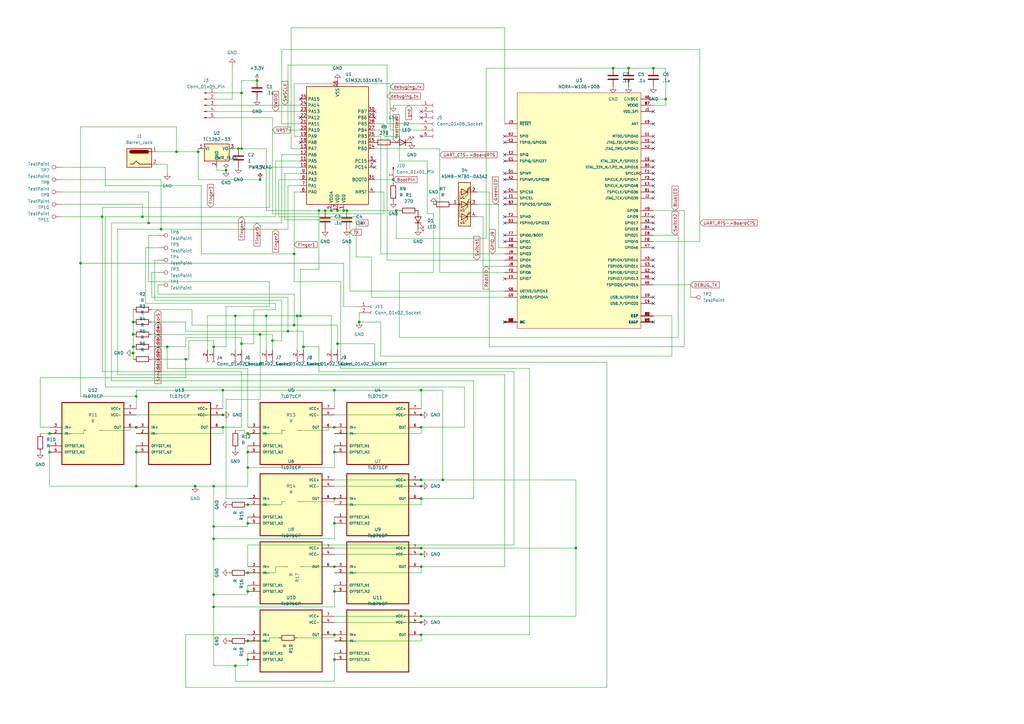
<source format=kicad_sch>
(kicad_sch (version 20250114) (generator "eeschema") (generator_version "9.0")
  (paper "A3")
  (junction (at 101.6 207.01))
  (junction (at 99.06 38.1))
  (junction (at 137.16 242.57))
  (junction (at 101.6 185.42))
  (junction (at 118.11 135.89))
  (junction (at 172.72 170.18))
  (junction (at 76.2 147.32))
  (junction (at 91.44 170.18))
  (junction (at 161.29 73.66))
  (junction (at 101.6 270.51))
  (junction (at 172.72 224.79))
  (junction (at 257.81 27.94))
  (junction (at 99.06 140.97))
  (junction (at 54.61 142.24))
  (junction (at 81.28 62.23))
  (junction (at 138.43 140.97))
  (junction (at 105.41 33.02))
  (junction (at 138.43 86.36))
  (junction (at 172.72 227.33))
  (junction (at 20.32 177.8))
  (junction (at 92.71 69.85))
  (junction (at 181.61 196.85))
  (junction (at 101.6 242.57))
  (junction (at 33.02 107.95))
  (junction (at 87.63 199.39))
  (junction (at 172.72 255.27))
  (junction (at 172.72 196.85))
  (junction (at 55.88 185.42))
  (junction (at 130.81 86.36))
  (junction (at 137.16 214.63))
  (junction (at 137.16 185.42))
  (junction (at 162.56 86.36))
  (junction (at 124.46 142.24))
  (junction (at 20.32 185.42))
  (junction (at 133.35 86.36))
  (junction (at 172.72 252.73))
  (junction (at 54.61 137.16))
  (junction (at 135.89 86.36))
  (junction (at 87.63 142.24))
  (junction (at 96.52 129.54))
  (junction (at 101.6 177.8))
  (junction (at 54.61 132.08))
  (junction (at 236.22 224.79))
  (junction (at 267.97 27.94))
  (junction (at 137.16 204.47))
  (junction (at 80.01 199.39))
  (junction (at 55.88 199.39))
  (junction (at 251.46 27.94))
  (junction (at 55.88 175.26))
  (junction (at 140.97 86.36))
  (junction (at 87.63 215.9))
  (junction (at 142.24 86.36))
  (junction (at 97.79 60.96))
  (junction (at 137.16 175.26))
  (junction (at 137.16 232.41))
  (junction (at 172.72 260.35))
  (junction (at 68.58 142.24))
  (junction (at 137.16 160.02))
  (junction (at 101.6 234.95))
  (junction (at 55.88 162.56))
  (junction (at 58.42 88.9))
  (junction (at 87.63 243.84))
  (junction (at 101.6 191.77))
  (junction (at 172.72 160.02))
  (junction (at 101.6 262.89))
  (junction (at 60.96 91.44))
  (junction (at 137.16 260.35))
  (junction (at 91.44 160.02))
  (junction (at 99.06 60.96))
  (junction (at 147.32 132.08))
  (junction (at 41.91 88.9))
  (junction (at 54.61 144.78))
  (junction (at 72.39 62.23))
  (junction (at 172.72 204.47))
  (junction (at 273.05 40.64))
  (junction (at 109.22 129.54))
  (junction (at 87.63 248.92))
  (junction (at 172.72 199.39))
  (junction (at 111.76 139.7))
  (junction (at 137.16 270.51))
  (junction (at 172.72 232.41))
  (junction (at 120.65 104.14))
  (junction (at 123.19 129.54))
  (junction (at 172.72 175.26))
  (junction (at 106.68 73.66))
  (junction (at 121.92 129.54))
  (junction (at 87.63 220.98))
  (junction (at 120.65 133.35))
  (junction (at 96.52 273.05))
  (junction (at 106.68 137.16))
  (junction (at 91.44 175.26))
  (junction (at 101.6 214.63))
  (junction (at 66.04 93.98))
  (no_connect (at 207.01 91.44))
  (no_connect (at 207.01 63.5))
  (no_connect (at 207.01 78.74))
  (no_connect (at 207.01 55.88))
  (no_connect (at 207.01 132.08))
  (no_connect (at 267.97 81.28))
  (no_connect (at 267.97 121.92))
  (no_connect (at 207.01 114.3))
  (no_connect (at 172.72 55.88))
  (no_connect (at 267.97 132.08))
  (no_connect (at 267.97 45.72))
  (no_connect (at 207.01 83.82))
  (no_connect (at 153.67 45.72))
  (no_connect (at 267.97 55.88))
  (no_connect (at 172.72 48.26))
  (no_connect (at 172.72 45.72))
  (no_connect (at 123.19 40.64))
  (no_connect (at 267.97 101.6))
  (no_connect (at 267.97 109.22))
  (no_connect (at 267.97 124.46))
  (no_connect (at 267.97 114.3))
  (no_connect (at 207.01 58.42))
  (no_connect (at 207.01 99.06))
  (no_connect (at 153.67 48.26))
  (no_connect (at 123.19 48.26))
  (no_connect (at 267.97 76.2))
  (no_connect (at 267.97 91.44))
  (no_connect (at 207.01 81.28))
  (no_connect (at 267.97 60.96))
  (no_connect (at 153.67 68.58))
  (no_connect (at 267.97 106.68))
  (no_connect (at 207.01 88.9))
  (no_connect (at 207.01 71.12))
  (no_connect (at 207.01 73.66))
  (no_connect (at 267.97 58.42))
  (no_connect (at 267.97 66.04))
  (no_connect (at 267.97 88.9))
  (no_connect (at 267.97 111.76))
  (no_connect (at 153.67 66.04))
  (no_connect (at 207.01 66.04))
  (no_connect (at 207.01 96.52))
  (no_connect (at 267.97 73.66))
  (no_connect (at 123.19 58.42))
  (no_connect (at 267.97 78.74))
  (no_connect (at 267.97 71.12))
  (no_connect (at 267.97 50.8))
  (no_connect (at 267.97 68.58))
  (no_connect (at 267.97 93.98))
  (wire (pts (xy 204.47 101.6) (xy 207.01 101.6)))
  (wire (pts (xy 130.81 142.24) (xy 130.81 152.4)))
  (wire (pts (xy 62.23 137.16) (xy 106.68 137.16)))
  (wire (pts (xy 60.96 115.57) (xy 110.49 115.57)))
  (wire (pts (xy 137.16 167.64) (xy 137.16 160.02)))
  (wire (pts (xy 236.22 224.79) (xy 236.22 196.85)))
  (wire (pts (xy 41.91 152.4) (xy 41.91 88.9)))
  (wire (pts (xy 120.65 78.74) (xy 123.19 78.74)))
  (wire (pts (xy 156.21 132.08) (xy 147.32 132.08)))
  (wire (pts (xy 81.28 60.96) (xy 81.28 62.23)))
  (wire (pts (xy 137.16 262.89) (xy 172.72 262.89)))
  (wire (pts (xy 64.77 62.23) (xy 72.39 62.23)))
  (wire (pts (xy 123.19 176.53) (xy 134.62 176.53)))
  (wire (pts (xy 138.43 143.51) (xy 138.43 140.97)))
  (wire (pts (xy 16.51 154.94) (xy 76.2 154.94)))
  (wire (pts (xy 104.14 127) (xy 104.14 140.97)))
  (wire (pts (xy 217.17 260.35) (xy 172.72 260.35)))
  (wire (pts (xy 54.61 142.24) (xy 54.61 144.78)))
  (wire (pts (xy 123.19 129.54) (xy 135.89 129.54)))
  (wire (pts (xy 120.65 34.29) (xy 160.02 34.29)))
  (wire (pts (xy 118.11 93.98) (xy 66.04 93.98)))
  (wire (pts (xy 91.44 160.02) (xy 55.88 160.02)))
  (wire (pts (xy 118.11 76.2) (xy 123.19 76.2)))
  (wire (pts (xy 96.52 60.96) (xy 97.79 60.96)))
  (wire (pts (xy 109.22 60.96) (xy 99.06 60.96)))
  (wire (pts (xy 76.2 135.89) (xy 76.2 132.08)))
  (wire (pts (xy 137.16 242.57) (xy 137.16 248.92)))
  (wire (pts (xy 87.63 143.51) (xy 87.63 142.24)))
  (wire (pts (xy 114.3 73.66) (xy 123.19 73.66)))
  (wire (pts (xy 200.66 78.74) (xy 195.58 78.74)))
  (wire (pts (xy 115.57 177.8) (xy 115.57 176.53)))
  (wire (pts (xy 88.9 45.72) (xy 123.19 45.72)))
  (wire (pts (xy 43.18 88.9) (xy 43.18 158.75)))
  (wire (pts (xy 109.22 129.54) (xy 109.22 143.51)))
  (wire (pts (xy 101.6 185.42) (xy 101.6 191.77)))
  (wire (pts (xy 106.68 137.16) (xy 111.76 137.16)))
  (wire (pts (xy 139.7 115.57) (xy 139.7 151.13)))
  (wire (pts (xy 101.6 191.77) (xy 101.6 199.39)))
  (wire (pts (xy 101.6 243.84) (xy 87.63 243.84)))
  (wire (pts (xy 85.09 129.54) (xy 96.52 129.54)))
  (wire (pts (xy 118.11 135.89) (xy 76.2 135.89)))
  (wire (pts (xy 278.13 138.43) (xy 163.83 138.43)))
  (wire (pts (xy 55.88 162.56) (xy 55.88 167.64)))
  (wire (pts (xy 118.11 53.34) (xy 118.11 26.67)))
  (wire (pts (xy 101.6 240.03) (xy 101.6 242.57)))
  (wire (pts (xy 106.68 137.16) (xy 106.68 163.83)))
  (wire (pts (xy 195.58 83.82) (xy 204.47 83.82)))
  (wire (pts (xy 101.6 267.97) (xy 101.6 270.51)))
  (wire (pts (xy 81.28 62.23) (xy 81.28 73.66)))
  (wire (pts (xy 110.49 115.57) (xy 110.49 125.73)))
  (wire (pts (xy 60.96 78.74) (xy 60.96 91.44)))
  (wire (pts (xy 207.01 106.68) (xy 158.75 106.68)))
  (wire (pts (xy 20.32 175.26) (xy 16.51 175.26)))
  (wire (pts (xy 113.03 88.9) (xy 58.42 88.9)))
  (wire (pts (xy 172.72 252.73) (xy 236.22 252.73)))
  (wire (pts (xy 198.12 88.9) (xy 198.12 109.22)))
  (wire (pts (xy 217.17 151.13) (xy 217.17 260.35)))
  (wire (pts (xy 118.11 53.34) (xy 123.19 53.34)))
  (wire (pts (xy 283.21 116.84) (xy 283.21 121.92)))
  (wire (pts (xy 101.6 273.05) (xy 96.52 273.05)))
  (wire (pts (xy 87.63 248.92) (xy 87.63 273.05)))
  (wire (pts (xy 190.5 175.26) (xy 172.72 175.26)))
  (wire (pts (xy 115.57 123.19) (xy 115.57 139.7)))
  (wire (pts (xy 163.83 66.04) (xy 175.26 66.04)))
  (wire (pts (xy 118.11 121.92) (xy 118.11 135.89)))
  (wire (pts (xy 280.67 142.24) (xy 280.67 86.36)))
  (wire (pts (xy 87.63 142.24) (xy 87.63 139.7)))
  (wire (pts (xy 55.88 170.18) (xy 91.44 170.18)))
  (wire (pts (xy 137.16 214.63) (xy 137.16 220.98)))
  (wire (pts (xy 101.6 177.8) (xy 100.33 177.8)))
  (wire (pts (xy 137.16 185.42) (xy 137.16 191.77)))
  (wire (pts (xy 267.97 99.06) (xy 287.02 99.06)))
  (wire (pts (xy 172.72 262.89) (xy 172.72 260.35)))
  (wire (pts (xy 287.02 99.06) (xy 287.02 20.32)))
  (wire (pts (xy 195.58 88.9) (xy 198.12 88.9)))
  (wire (pts (xy 119.38 11.43) (xy 207.01 11.43)))
  (wire (pts (xy 82.55 76.2) (xy 82.55 104.14)))
  (wire (pts (xy 96.52 273.05) (xy 87.63 273.05)))
  (wire (pts (xy 48.26 93.98) (xy 48.26 153.67)))
  (wire (pts (xy 64.77 67.31) (xy 68.58 67.31)))
  (wire (pts (xy 101.6 214.63) (xy 101.6 215.9)))
  (wire (pts (xy 153.67 148.59) (xy 248.92 148.59)))
  (wire (pts (xy 275.59 129.54) (xy 275.59 146.05)))
  (wire (pts (xy 88.9 69.85) (xy 92.71 69.85)))
  (wire (pts (xy 109.22 86.36) (xy 109.22 60.96)))
  (wire (pts (xy 130.81 86.36) (xy 109.22 86.36)))
  (wire (pts (xy 181.61 196.85) (xy 181.61 160.02)))
  (wire (pts (xy 115.57 207.01) (xy 115.57 205.74)))
  (wire (pts (xy 157.48 50.8) (xy 153.67 50.8)))
  (wire (pts (xy 113.03 127) (xy 104.14 127)))
  (wire (pts (xy 63.5 106.68) (xy 63.5 123.19)))
  (wire (pts (xy 160.02 53.34) (xy 160.02 34.29)))
  (wire (pts (xy 54.61 132.08) (xy 54.61 137.16)))
  (wire (pts (xy 152.4 121.92) (xy 152.4 105.41)))
  (wire (pts (xy 157.48 55.88) (xy 157.48 50.8)))
  (wire (pts (xy 77.47 139.7) (xy 77.47 147.32)))
  (wire (pts (xy 120.65 78.74) (xy 120.65 104.14)))
  (wire (pts (xy 45.72 156.21) (xy 194.31 156.21)))
  (wire (pts (xy 109.22 129.54) (xy 121.92 129.54)))
  (wire (pts (xy 172.72 43.18) (xy 161.29 43.18)))
  (wire (pts (xy 134.62 175.26) (xy 137.16 175.26)))
  (wire (pts (xy 25.4 78.74) (xy 60.96 78.74)))
  (wire (pts (xy 163.83 55.88) (xy 163.83 66.04)))
  (wire (pts (xy 43.18 76.2) (xy 82.55 76.2)))
  (wire (pts (xy 130.81 86.36) (xy 130.81 110.49)))
  (wire (pts (xy 68.58 142.24) (xy 68.58 151.13)))
  (wire (pts (xy 121.92 129.54) (xy 121.92 143.51)))
  (wire (pts (xy 55.88 160.02) (xy 55.88 162.56)))
  (wire (pts (xy 87.63 215.9) (xy 87.63 199.39)))
  (wire (pts (xy 110.49 68.58) (xy 110.49 85.09)))
  (wire (pts (xy 172.72 234.95) (xy 172.72 232.41)))
  (wire (pts (xy 123.19 110.49) (xy 123.19 129.54)))
  (wire (pts (xy 68.58 142.24) (xy 62.23 142.24)))
  (wire (pts (xy 92.71 142.24) (xy 87.63 142.24)))
  (wire (pts (xy 207.01 119.38) (xy 143.51 119.38)))
  (wire (pts (xy 135.89 129.54) (xy 135.89 143.51)))
  (wire (pts (xy 207.01 232.41) (xy 172.72 232.41)))
  (wire (pts (xy 207.01 11.43) (xy 207.01 50.8)))
  (wire (pts (xy 124.46 142.24) (xy 124.46 135.89)))
  (wire (pts (xy 138.43 133.35) (xy 120.65 133.35)))
  (wire (pts (xy 115.57 63.5) (xy 123.19 63.5)))
  (wire (pts (xy 88.9 43.18) (xy 123.19 43.18)))
  (wire (pts (xy 78.74 133.35) (xy 78.74 127)))
  (wire (pts (xy 59.69 124.46) (xy 113.03 124.46)))
  (wire (pts (xy 137.16 255.27) (xy 172.72 255.27)))
  (wire (pts (xy 199.39 97.79) (xy 162.56 97.79)))
  (wire (pts (xy 64.77 120.65) (xy 64.77 116.84)))
  (wire (pts (xy 177.8 111.76) (xy 177.8 87.63)))
  (wire (pts (xy 111.76 143.51) (xy 111.76 139.7)))
  (wire (pts (xy 115.57 91.44) (xy 60.96 91.44)))
  (wire (pts (xy 137.16 270.51) (xy 137.16 279.4)))
  (wire (pts (xy 120.65 104.14) (xy 120.65 115.57)))
  (wire (pts (xy 59.69 101.6) (xy 59.69 124.46)))
  (wire (pts (xy 99.06 138.43) (xy 76.2 138.43)))
  (wire (pts (xy 172.72 53.34) (xy 160.02 53.34)))
  (wire (pts (xy 139.7 151.13) (xy 217.17 151.13)))
  (wire (pts (xy 45.72 91.44) (xy 45.72 156.21)))
  (wire (pts (xy 72.39 52.07) (xy 33.02 52.07)))
  (wire (pts (xy 118.11 76.2) (xy 118.11 93.98)))
  (wire (pts (xy 96.52 129.54) (xy 109.22 129.54)))
  (wire (pts (xy 119.38 60.96) (xy 119.38 11.43)))
  (wire (pts (xy 111.76 139.7) (xy 111.76 137.16)))
  (wire (pts (xy 156.21 104.14) (xy 156.21 55.88)))
  (wire (pts (xy 115.57 50.8) (xy 123.19 50.8)))
  (wire (pts (xy 76.2 260.35) (xy 101.6 260.35)))
  (wire (pts (xy 25.4 68.58) (xy 43.18 68.58)))
  (wire (pts (xy 68.58 151.13) (xy 101.6 151.13)))
  (wire (pts (xy 137.16 160.02) (xy 91.44 160.02)))
  (wire (pts (xy 55.88 177.8) (xy 91.44 177.8)))
  (wire (pts (xy 267.97 129.54) (xy 275.59 129.54)))
  (wire (pts (xy 143.51 90.17) (xy 143.51 119.38)))
  (wire (pts (xy 153.67 140.97) (xy 153.67 148.59)))
  (wire (pts (xy 106.68 73.66) (xy 81.28 73.66)))
  (wire (pts (xy 124.46 142.24) (xy 130.81 142.24)))
  (wire (pts (xy 34.29 177.8) (xy 34.29 176.53)))
  (wire (pts (xy 130.81 152.4) (xy 210.82 152.4)))
  (wire (pts (xy 20.32 177.8) (xy 34.29 177.8)))
  (wire (pts (xy 87.63 243.84) (xy 87.63 248.92)))
  (wire (pts (xy 140.97 125.73) (xy 140.97 107.95)))
  (wire (pts (xy 76.2 154.94) (xy 76.2 147.32)))
  (wire (pts (xy 137.16 267.97) (xy 137.16 270.51)))
  (wire (pts (xy 64.77 106.68) (xy 63.5 106.68)))
  (wire (pts (xy 99.06 33.02) (xy 99.06 38.1)))
  (wire (pts (xy 137.16 234.95) (xy 172.72 234.95)))
  (wire (pts (xy 96.52 129.54) (xy 96.52 143.51)))
  (wire (pts (xy 137.16 279.4) (xy 96.52 279.4)))
  (wire (pts (xy 101.6 223.52) (xy 101.6 232.41)))
  (wire (pts (xy 137.16 220.98) (xy 87.63 220.98)))
  (wire (pts (xy 137.16 160.02) (xy 172.72 160.02)))
  (wire (pts (xy 199.39 27.94) (xy 199.39 97.79)))
  (wire (pts (xy 76.2 142.24) (xy 68.58 142.24)))
  (wire (pts (xy 33.02 162.56) (xy 55.88 162.56)))
  (wire (pts (xy 138.43 140.97) (xy 153.67 140.97)))
  (wire (pts (xy 135.89 86.36) (xy 138.43 86.36)))
  (wire (pts (xy 163.83 55.88) (xy 157.48 55.88)))
  (wire (pts (xy 177.8 87.63) (xy 175.26 87.63)))
  (wire (pts (xy 161.29 73.66) (xy 161.29 74.93)))
  (wire (pts (xy 137.16 207.01) (xy 172.72 207.01)))
  (wire (pts (xy 153.67 78.74) (xy 157.48 78.74)))
  (wire (pts (xy 113.03 232.41) (xy 113.03 234.95)))
  (wire (pts (xy 68.58 67.31) (xy 68.58 71.12)))
  (wire (pts (xy 91.44 175.26) (xy 99.06 175.26)))
  (wire (pts (xy 101.6 182.88) (xy 101.6 185.42)))
  (wire (pts (xy 87.63 139.7) (xy 77.47 139.7)))
  (wire (pts (xy 53.34 176.53) (xy 53.34 175.26)))
  (wire (pts (xy 116.84 232.41) (xy 113.03 232.41)))
  (wire (pts (xy 278.13 96.52) (xy 278.13 138.43)))
  (wire (pts (xy 87.63 215.9) (xy 87.63 220.98)))
  (wire (pts (xy 156.21 55.88) (xy 153.67 55.88)))
  (wire (pts (xy 123.19 205.74) (xy 137.16 205.74)))
  (wire (pts (xy 111.76 87.63) (xy 157.48 87.63)))
  (wire (pts (xy 20.32 185.42) (xy 20.32 199.39)))
  (wire (pts (xy 60.96 96.52) (xy 60.96 115.57)))
  (wire (pts (xy 87.63 199.39) (xy 101.6 199.39)))
  (wire (pts (xy 25.4 88.9) (xy 41.91 88.9)))
  (wire (pts (xy 116.84 71.12) (xy 123.19 71.12)))
  (wire (pts (xy 64.77 111.76) (xy 62.23 111.76)))
  (wire (pts (xy 172.72 160.02) (xy 172.72 167.64)))
  (wire (pts (xy 54.61 144.78) (xy 54.61 147.32)))
  (wire (pts (xy 16.51 175.26) (xy 16.51 154.94)))
  (wire (pts (xy 62.23 121.92) (xy 118.11 121.92)))
  (wire (pts (xy 76.2 147.32) (xy 62.23 147.32)))
  (wire (pts (xy 194.31 156.21) (xy 194.31 204.47)))
  (wire (pts (xy 194.31 204.47) (xy 172.72 204.47)))
  (wire (pts (xy 257.81 27.94) (xy 251.46 27.94)))
  (wire (pts (xy 99.06 33.02) (xy 105.41 33.02)))
  (wire (pts (xy 267.97 96.52) (xy 278.13 96.52)))
  (wire (pts (xy 66.04 73.66) (xy 66.04 93.98)))
  (wire (pts (xy 248.92 281.94) (xy 76.2 281.94)))
  (wire (pts (xy 101.6 270.51) (xy 101.6 273.05)))
  (wire (pts (xy 175.26 87.63) (xy 175.26 66.04)))
  (wire (pts (xy 163.83 111.76) (xy 177.8 111.76)))
  (wire (pts (xy 101.6 234.95) (xy 113.03 234.95)))
  (wire (pts (xy 54.61 137.16) (xy 54.61 142.24)))
  (wire (pts (xy 267.97 86.36) (xy 280.67 86.36)))
  (wire (pts (xy 137.16 240.03) (xy 137.16 242.57)))
  (wire (pts (xy 76.2 138.43) (xy 76.2 142.24)))
  (wire (pts (xy 137.16 196.85) (xy 172.72 196.85)))
  (wire (pts (xy 180.34 60.96) (xy 153.67 60.96)))
  (wire (pts (xy 110.49 125.73) (xy 92.71 125.73)))
  (wire (pts (xy 99.06 175.26) (xy 99.06 152.4)))
  (wire (pts (xy 66.04 93.98) (xy 48.26 93.98)))
  (wire (pts (xy 101.6 212.09) (xy 101.6 214.63)))
  (wire (pts (xy 99.06 140.97) (xy 99.06 138.43)))
  (wire (pts (xy 137.16 170.18) (xy 172.72 170.18)))
  (wire (pts (xy 137.16 177.8) (xy 172.72 177.8)))
  (wire (pts (xy 287.02 20.32) (xy 115.57 20.32)))
  (wire (pts (xy 58.42 83.82) (xy 58.42 88.9)))
  (wire (pts (xy 143.51 90.17) (xy 116.84 90.17)))
  (wire (pts (xy 137.16 191.77) (xy 101.6 191.77)))
  (wire (pts (xy 147.32 128.27) (xy 147.32 132.08)))
  (wire (pts (xy 135.89 86.36) (xy 133.35 86.36)))
  (wire (pts (xy 172.72 207.01) (xy 172.72 204.47)))
  (wire (pts (xy 120.65 55.88) (xy 123.19 55.88)))
  (wire (pts (xy 198.12 109.22) (xy 207.01 109.22)))
  (wire (pts (xy 92.71 204.47) (xy 101.6 204.47)))
  (wire (pts (xy 41.91 88.9) (xy 41.91 85.09)))
  (wire (pts (xy 101.6 215.9) (xy 87.63 215.9)))
  (wire (pts (xy 64.77 96.52) (xy 60.96 96.52)))
  (wire (pts (xy 76.2 281.94) (xy 76.2 260.35)))
  (wire (pts (xy 158.75 53.34) (xy 153.67 53.34)))
  (wire (pts (xy 92.71 125.73) (xy 92.71 142.24)))
  (wire (pts (xy 137.16 224.79) (xy 172.72 224.79)))
  (wire (pts (xy 121.92 261.62) (xy 137.16 261.62)))
  (wire (pts (xy 92.71 163.83) (xy 92.71 204.47)))
  (wire (pts (xy 110.49 68.58) (xy 123.19 68.58)))
  (wire (pts (xy 88.9 48.26) (xy 111.76 48.26)))
  (wire (pts (xy 101.6 207.01) (xy 115.57 207.01)))
  (wire (pts (xy 99.06 152.4) (xy 41.91 152.4)))
  (wire (pts (xy 55.88 199.39) (xy 80.01 199.39)))
  (wire (pts (xy 180.34 111.76) (xy 180.34 60.96)))
  (wire (pts (xy 114.3 261.62) (xy 110.49 261.62)))
  (wire (pts (xy 267.97 116.84) (xy 283.21 116.84)))
  (wire (pts (xy 100.33 177.8) (xy 100.33 176.53)))
  (wire (pts (xy 146.05 88.9) (xy 114.3 88.9)))
  (wire (pts (xy 140.97 107.95) (xy 33.02 107.95)))
  (wire (pts (xy 100.33 176.53) (xy 96.52 176.53)))
  (wire (pts (xy 101.6 151.13) (xy 101.6 175.26)))
  (wire (pts (xy 116.84 71.12) (xy 116.84 90.17)))
  (wire (pts (xy 88.9 38.1) (xy 99.06 38.1)))
  (wire (pts (xy 43.18 68.58) (xy 43.18 76.2)))
  (wire (pts (xy 248.92 148.59) (xy 248.92 281.94)))
  (wire (pts (xy 115.57 63.5) (xy 115.57 91.44)))
  (wire (pts (xy 77.47 147.32) (xy 76.2 147.32)))
  (wire (pts (xy 210.82 223.52) (xy 101.6 223.52)))
  (wire (pts (xy 267.97 27.94) (xy 257.81 27.94)))
  (wire (pts (xy 137.16 252.73) (xy 172.72 252.73)))
  (wire (pts (xy 158.75 106.68) (xy 158.75 53.34)))
  (wire (pts (xy 137.16 205.74) (xy 137.16 204.47)))
  (wire (pts (xy 41.91 85.09) (xy 110.49 85.09)))
  (wire (pts (xy 134.62 176.53) (xy 134.62 175.26)))
  (wire (pts (xy 25.4 73.66) (xy 66.04 73.66)))
  (wire (pts (xy 48.26 153.67) (xy 207.01 153.67)))
  (wire (pts (xy 110.49 262.89) (xy 101.6 262.89)))
  (wire (pts (xy 87.63 220.98) (xy 87.63 243.84)))
  (wire (pts (xy 115.57 139.7) (xy 111.76 139.7)))
  (wire (pts (xy 54.61 127) (xy 54.61 132.08)))
  (wire (pts (xy 55.88 175.26) (xy 53.34 175.26)))
  (wire (pts (xy 130.81 110.49) (xy 123.19 110.49)))
  (wire (pts (xy 114.3 73.66) (xy 114.3 88.9)))
  (wire (pts (xy 172.72 50.8) (xy 158.75 50.8)))
  (wire (pts (xy 120.65 34.29) (xy 120.65 55.88)))
  (wire (pts (xy 172.72 196.85) (xy 181.61 196.85)))
  (wire (pts (xy 97.79 60.96) (xy 99.06 60.96)))
  (wire (pts (xy 60.96 91.44) (xy 45.72 91.44)))
  (wire (pts (xy 99.06 143.51) (xy 99.06 140.97)))
  (wire (pts (xy 157.48 78.74) (xy 157.48 87.63)))
  (wire (pts (xy 137.16 248.92) (xy 87.63 248.92)))
  (wire (pts (xy 146.05 105.41) (xy 146.05 88.9)))
  (wire (pts (xy 138.43 140.97) (xy 138.43 133.35)))
  (wire (pts (xy 138.43 86.36) (xy 140.97 86.36)))
  (wire (pts (xy 113.03 66.04) (xy 123.19 66.04)))
  (wire (pts (xy 41.91 176.53) (xy 53.34 176.53)))
  (wire (pts (xy 181.61 160.02) (xy 172.72 160.02)))
  (wire (pts (xy 101.6 242.57) (xy 101.6 243.84)))
  (wire (pts (xy 120.65 115.57) (xy 139.7 115.57)))
  (wire (pts (xy 207.01 121.92) (xy 152.4 121.92)))
  (wire (pts (xy 20.32 182.88) (xy 20.32 185.42)))
  (wire (pts (xy 172.72 177.8) (xy 172.72 175.26)))
  (wire (pts (xy 147.32 125.73) (xy 140.97 125.73)))
  (wire (pts (xy 190.5 158.75) (xy 190.5 175.26)))
  (wire (pts (xy 153.67 73.66) (xy 161.29 73.66)))
  (wire (pts (xy 25.4 83.82) (xy 58.42 83.82)))
  (wire (pts (xy 137.16 182.88) (xy 137.16 185.42)))
  (wire (pts (xy 115.57 20.32) (xy 115.57 50.8)))
  (wire (pts (xy 95.25 26.67) (xy 95.25 40.64)))
  (wire (pts (xy 113.03 124.46) (xy 113.03 127)))
  (wire (pts (xy 273.05 27.94) (xy 273.05 40.64)))
  (wire (pts (xy 124.46 135.89) (xy 118.11 135.89)))
  (wire (pts (xy 72.39 62.23) (xy 72.39 52.07)))
  (wire (pts (xy 101.6 177.8) (xy 115.57 177.8)))
  (wire (pts (xy 123.19 60.96) (xy 119.38 60.96)))
  (wire (pts (xy 63.5 123.19) (xy 115.57 123.19)))
  (wire (pts (xy 62.23 127) (xy 78.74 127)))
  (wire (pts (xy 137.16 227.33) (xy 172.72 227.33)))
  (wire (pts (xy 80.01 199.39) (xy 87.63 199.39)))
  (wire (pts (xy 124.46 143.51) (xy 124.46 142.24)))
  (wire (pts (xy 210.82 152.4) (xy 210.82 223.52)))
  (wire (pts (xy 142.24 86.36) (xy 162.56 86.36)))
  (wire (pts (xy 152.4 105.41) (xy 146.05 105.41)))
  (wire (pts (xy 58.42 88.9) (xy 43.18 88.9)))
  (wire (pts (xy 200.66 142.24) (xy 200.66 78.74)))
  (wire (pts (xy 120.65 120.65) (xy 64.77 120.65)))
  (wire (pts (xy 124.46 232.41) (xy 137.16 232.41)))
  (wire (pts (xy 133.35 86.36) (xy 130.81 86.36)))
  (wire (pts (xy 158.75 26.67) (xy 158.75 50.8)))
  (wire (pts (xy 64.77 101.6) (xy 59.69 101.6)))
  (wire (pts (xy 20.32 199.39) (xy 55.88 199.39)))
  (wire (pts (xy 72.39 62.23) (xy 81.28 62.23)))
  (wire (pts (xy 76.2 132.08) (xy 62.23 132.08)))
  (wire (pts (xy 120.65 120.65) (xy 120.65 133.35)))
  (wire (pts (xy 91.44 177.8) (xy 91.44 175.26)))
  (wire (pts (xy 207.01 104.14) (xy 156.21 104.14)))
  (wire (pts (xy 33.02 52.07) (xy 33.02 107.95)))
  (wire (pts (xy 106.68 163.83) (xy 92.71 163.83)))
  (wire (pts (xy 91.44 160.02) (xy 91.44 167.64)))
  (wire (pts (xy 88.9 68.58) (xy 88.9 69.85)))
  (wire (pts (xy 273.05 40.64) (xy 273.05 43.18)))
  (wire (pts (xy 118.11 26.67) (xy 158.75 26.67)))
  (wire (pts (xy 267.97 40.64) (xy 273.05 40.64)))
  (wire (pts (xy 236.22 224.79) (xy 172.72 224.79)))
  (wire (pts (xy 33.02 107.95) (xy 33.02 162.56)))
  (wire (pts (xy 140.97 86.36) (xy 142.24 86.36)))
  (wire (pts (xy 43.18 158.75) (xy 190.5 158.75)))
  (wire (pts (xy 162.56 97.79) (xy 162.56 86.36)))
  (wire (pts (xy 137.16 199.39) (xy 172.72 199.39)))
  (wire (pts (xy 113.03 66.04) (xy 113.03 88.9)))
  (wire (pts (xy 121.92 129.54) (xy 123.19 129.54)))
  (wire (pts (xy 236.22 252.73) (xy 236.22 224.79)))
  (wire (pts (xy 120.65 133.35) (xy 78.74 133.35)))
  (wire (pts (xy 163.83 138.43) (xy 163.83 111.76)))
  (wire (pts (xy 99.06 140.97) (xy 104.14 140.97)))
  (wire (pts (xy 275.59 146.05) (xy 156.21 146.05)))
  (wire (pts (xy 110.49 261.62) (xy 110.49 262.89)))
  (wire (pts (xy 207.01 153.67) (xy 207.01 232.41)))
  (wire (pts (xy 273.05 27.94) (xy 267.97 27.94)))
  (wire (pts (xy 85.09 129.54) (xy 85.09 143.51)))
  (wire (pts (xy 55.88 182.88) (xy 55.88 185.42)))
  (wire (pts (xy 55.88 185.42) (xy 55.88 199.39)))
  (wire (pts (xy 99.06 38.1) (xy 99.06 60.96)))
  (wire (pts (xy 156.21 146.05) (xy 156.21 132.08)))
  (wire (pts (xy 251.46 27.94) (xy 199.39 27.94)))
  (wire (pts (xy 88.9 40.64) (xy 95.25 40.64)))
  (wire (pts (xy 207.01 111.76) (xy 180.34 111.76)))
  (wire (pts (xy 96.52 279.4) (xy 96.52 273.05)))
  (wire (pts (xy 111.76 48.26) (xy 111.76 87.63)))
  (wire (pts (xy 137.16 261.62) (xy 137.16 260.35)))
  (wire (pts (xy 267.97 43.18) (xy 273.05 43.18)))
  (wire (pts (xy 236.22 196.85) (xy 181.61 196.85)))
  (wire (pts (xy 200.66 142.24) (xy 280.67 142.24)))
  (wire (pts (xy 162.56 86.36) (xy 163.83 86.36)))
  (wire (pts (xy 16.51 177.8) (xy 20.32 177.8)))
  (wire (pts (xy 137.16 212.09) (xy 137.16 214.63)))
  (wire (pts (xy 82.55 104.14) (xy 120.65 104.14)))
  (wire (pts (xy 204.47 83.82) (xy 204.47 101.6)))
  (wire (pts (xy 62.23 111.76) (xy 62.23 121.92)))
  (global_label "Finger2" (shape input) (at 113.03 93.98 270) (property "Intersheetrefs" "${INTERSHEET_REFS}" (effects (hide yes))))
  (global_label "DEBUG_TX" (shape input) (at 283.21 116.84 0) (property "Intersheetrefs" "${INTERSHEET_REFS}" (effects (hide yes))))
  (global_label "UART_CTS->BoardRTS" (shape input) (at 180.34 63.5 0) (property "Intersheetrefs" "${INTERSHEET_REFS}" (effects (hide yes))))
  (global_label "Sensor2" (shape input) (at 64.77 142.24 270) (property "Intersheetrefs" "${INTERSHEET_REFS}" (effects (hide yes))))
  (global_label "Finger3" (shape input) (at 86.36 85.09 90) (property "Intersheetrefs" "${INTERSHEET_REFS}" (effects (hide yes))))
  (global_label "Sensor1" (shape input) (at 64.77 147.32 270) (property "Intersheetrefs" "${INTERSHEET_REFS}" (effects (hide yes))))
  (global_label "GreenLED" (shape input) (at 203.2 83.82 90) (property "Intersheetrefs" "${INTERSHEET_REFS}" (effects (hide yes))))
  (global_label "UART_RTS->BoardCTS" (shape input) (at 287.02 91.44 0) (property "Intersheetrefs" "${INTERSHEET_REFS}" (effects (hide yes))))
  (global_label "Sensor3" (shape input) (at 64.77 137.16 270) (property "Intersheetrefs" "${INTERSHEET_REFS}" (effects (hide yes))))
  (global_label "Finger1" (shape input) (at 120.65 100.33 0) (property "Intersheetrefs" "${INTERSHEET_REFS}" (effects (hide yes))))
  (global_label "Finger5" (shape input) (at 105.41 91.44 270) (property "Intersheetrefs" "${INTERSHEET_REFS}" (effects (hide yes))))
  (global_label "TX" (shape input) (at 143.51 95.25 0) (property "Intersheetrefs" "${INTERSHEET_REFS}" (effects (hide yes))))
  (global_label "debuging_tx" (shape input) (at 158.75 39.37 0) (property "Intersheetrefs" "${INTERSHEET_REFS}" (effects (hide yes))))
  (global_label "Sensor4" (shape input) (at 64.77 132.08 270) (property "Intersheetrefs" "${INTERSHEET_REFS}" (effects (hide yes))))
  (global_label "SWSCLK" (shape input) (at 116.84 43.18 90) (property "Intersheetrefs" "${INTERSHEET_REFS}" (effects (hide yes))))
  (global_label "Finger4" (shape input) (at 99.06 88.9 270) (property "Intersheetrefs" "${INTERSHEET_REFS}" (effects (hide yes))))
  (global_label "RX" (shape input) (at 146.05 91.44 0) (property "Intersheetrefs" "${INTERSHEET_REFS}" (effects (hide yes))))
  (global_label "RedLED" (shape input) (at 199.39 109.22 270) (property "Intersheetrefs" "${INTERSHEET_REFS}" (effects (hide yes))))
  (global_label "GPIO_J9" (shape input) (at 201.93 104.14 90) (property "Intersheetrefs" "${INTERSHEET_REFS}" (effects (hide yes))))
  (global_label "Switch1" (shape input) (at 195.58 106.68 90) (property "Intersheetrefs" "${INTERSHEET_REFS}" (effects (hide yes))))
  (global_label "Sensor5" (shape input) (at 64.77 127 270) (property "Intersheetrefs" "${INTERSHEET_REFS}" (effects (hide yes))))
  (global_label "NRST" (shape input) (at 111.76 53.34 0) (property "Intersheetrefs" "${INTERSHEET_REFS}" (effects (hide yes))))
  (global_label "debuging_rx" (shape input) (at 160.02 35.56 0) (property "Intersheetrefs" "${INTERSHEET_REFS}" (effects (hide yes))))
  (global_label "SWDIO" (shape input) (at 113.03 45.72 90) (property "Intersheetrefs" "${INTERSHEET_REFS}" (effects (hide yes))))
  (global_label "heartbeat" (shape input) (at 162.56 58.42 90) (property "Intersheetrefs" "${INTERSHEET_REFS}" (effects (hide yes))))
  (global_label "BlueLED" (shape input) (at 276.86 86.36 90) (property "Intersheetrefs" "${INTERSHEET_REFS}" (effects (hide yes))))
  (global_label "BootPin" (shape input) (at 161.29 73.66 0) (property "Intersheetrefs" "${INTERSHEET_REFS}" (effects (hide yes))))
  (global_label "Switch2" (shape input) (at 276.86 96.52 90) (property "Intersheetrefs" "${INTERSHEET_REFS}" (effects (hide yes))))
  (global_label "gnd" (shape input) (at 167.64 43.18 270) (property "Intersheetrefs" "${INTERSHEET_REFS}" (effects (hide yes))))
  (symbol (lib_id "Device:R") (at 119.38 176.53 270) (unit 1)
    (property "Reference" "R13" (at 119.38 170.18 90))
    (property "Value" "R" (at 119.38 172.72 90))
    (property "Footprint" "Resistor_SMD:R_0805_2012Metric_Pad1.20x1.40mm_HandSolder" (effects (hide yes)))
    (property "Description" "Resistor" (effects (hide yes)))
  )
  (symbol (lib_id "NORA-W106-00B:NORA-W106-00B") (at 237.49 86.36 0) (unit 1)
    (property "Reference" "U3" (at 237.49 33.02 0))
    (property "Value" "NORA-W106-00B" (at 237.49 35.56 0))
    (property "Footprint" "NORA-W106-00B:XCVR_NORA-W106-00B" (effects (hide yes)))
    (property "MF" "u-blox" (effects (hide yes)))
    (property "MAXIMUM_PACKAGE_HEIGHT" "1.9 mm" (effects (hide yes)))
    (property "Package" "SMD-82 u-blox" (effects (hide yes)))
    (property "Price" "None" (effects (hide yes)))
    (property "Check_prices" "https://www.snapeda.com/parts/NORA-W106-00B/u-blox/view-part/?ref=eda" (effects (hide yes)))
    (property "STANDARD" "Manufacturer recommendations" (effects (hide yes)))
    (property "PARTREV" "R03" (effects (hide yes)))
    (property "SnapEDA_Link" "https://www.snapeda.com/parts/NORA-W106-00B/u-blox/view-part/?ref=snap" (effects (hide yes)))
    (property "MP" "NORA-W106-00B" (effects (hide yes)))
    (property "Description_1" "Bluetooth, WiFi 802.11b/g/n, Bluetooth v5.0 Transceiver Module 2.4GHz Antenna Not Included Surface Mount" (effects (hide yes)))
    (property "Availability" "In Stock" (effects (hide yes)))
    (property "MANUFACTURER" "U-BLOX" (effects (hide yes)))
  )
  (symbol (lib_id "power:GND") (at 161.29 43.18 0) (unit 1)
    (property "Reference" "#PWR012" (effects (hide yes)))
    (property "Value" "GND" (at 161.29 48.26 0))
    (property "Description" "Power symbol creates a global label with name \"GND\" , ground" (effects (hide yes)))
  )
  (symbol (lib_id "TL071CP:TL071CP") (at 154.94 207.01 0) (unit 1)
    (property "Reference" "U7" (at 154.94 189.23 0))
    (property "Value" "TL071CP" (at 154.94 191.77 0))
    (property "Footprint" "TL071CP:DIP794W45P254L959H508Q8" (effects (hide yes)))
  )
  (symbol (lib_id "Connector:TestPoint") (at 64.77 116.84 270) (unit 1)
    (property "Reference" "TP1" (at 69.85 115.5699 90) (effects (justify left)))
    (property "Value" "TestPoint" (at 69.85 118.1099 90) (effects (justify left)))
    (property "Footprint" "TestPoint:TestPoint_Pad_2.5x2.5mm" (effects (hide yes)))
    (property "Description" "test point" (effects (hide yes)))
  )
  (symbol (lib_id "Device:C") (at 251.46 31.75 0) (unit 1)
    (property "Reference" "C7" (at 255.27 30.4799 0) (effects (justify left)))
    (property "Value" ".1u" (at 255.27 33.0199 0) (effects (justify left)))
    (property "Footprint" "Capacitor_SMD:C_0504_1310Metric_Pad0.83x1.28mm_HandSolder" (effects (hide yes)))
    (property "Description" "Unpolarized capacitor" (effects (hide yes)))
  )
  (symbol (lib_id "power:+5V") (at 106.68 73.66 0) (unit 1)
    (property "Reference" "#PWR08" (effects (hide yes)))
    (property "Value" "+5V" (at 106.68 68.58 0))
    (property "Description" "Power symbol creates a global label with name \"+5V\"" (effects (hide yes)))
  )
  (symbol (lib_id "Device:R") (at 118.11 261.62 90) (unit 1)
    (property "Reference" "R19" (at 119.3801 264.16 0) (effects (justify right)))
    (property "Value" "R" (at 116.8401 264.16 0) (effects (justify right)))
    (property "Footprint" "Resistor_SMD:R_0805_2012Metric_Pad1.20x1.40mm_HandSolder" (effects (hide yes)))
    (property "Description" "Resistor" (effects (hide yes)))
  )
  (symbol (lib_id "power:GND") (at 93.98 207.01 270) (unit 1)
    (property "Reference" "#PWR022" (effects (hide yes)))
    (property "Value" "GND" (at 88.9 207.01 0))
    (property "Description" "Power symbol creates a global label with name \"GND\" , ground" (effects (hide yes)))
  )
  (symbol (lib_id "Device:R") (at 119.38 205.74 270) (unit 1)
    (property "Reference" "R14" (at 119.38 199.39 90))
    (property "Value" "R" (at 119.38 201.93 90))
    (property "Footprint" "Resistor_SMD:R_0805_2012Metric_Pad1.20x1.40mm_HandSolder" (effects (hide yes)))
    (property "Description" "Resistor" (effects (hide yes)))
  )
  (symbol (lib_id "Device:R") (at 157.48 58.42 90) (unit 1)
    (property "Reference" "R8" (at 157.48 52.07 90))
    (property "Value" "270" (at 157.48 54.61 90))
    (property "Footprint" "Resistor_SMD:R_0805_2012Metric_Pad1.20x1.40mm_HandSolder" (effects (hide yes)))
    (property "Description" "Resistor" (effects (hide yes)))
  )
  (symbol (lib_id "Device:C") (at 105.41 36.83 0) (unit 1)
    (property "Reference" "C1" (at 109.22 35.5599 0) (effects (justify left)))
    (property "Value" ".1u" (at 109.22 38.0999 0) (effects (justify left)))
    (property "Footprint" "Capacitor_SMD:C_0504_1310Metric_Pad0.83x1.28mm_HandSolder" (effects (hide yes)))
    (property "Description" "Unpolarized capacitor" (effects (hide yes)))
  )
  (symbol (lib_id "TL071CP:TL071CP") (at 154.94 177.8 0) (unit 1)
    (property "Reference" "U4" (at 154.94 160.02 0))
    (property "Value" "TL071CP" (at 154.94 162.56 0))
    (property "Footprint" "TL071CP:DIP794W45P254L959H508Q8" (effects (hide yes)))
  )
  (symbol (lib_id "power:GND") (at 172.72 255.27 90) (unit 1)
    (property "Reference" "#PWR026" (effects (hide yes)))
    (property "Value" "GND" (at 176.53 255.2699 90) (effects (justify right)))
    (property "Description" "Power symbol creates a global label with name \"GND\" , ground" (effects (hide yes)))
  )
  (symbol (lib_id "power:GND") (at 257.81 35.56 0) (unit 1)
    (property "Reference" "#PWR017" (effects (hide yes)))
    (property "Value" "GND" (at 257.81 40.64 0))
    (property "Description" "Power symbol creates a global label with name \"GND\" , ground" (effects (hide yes)))
  )
  (symbol (lib_id "power:GND") (at 161.29 82.55 0) (unit 1)
    (property "Reference" "#PWR07" (effects (hide yes)))
    (property "Value" "GND" (at 161.29 87.63 0))
    (property "Description" "Power symbol creates a global label with name \"GND\" , ground" (effects (hide yes)))
  )
  (symbol (lib_id "Device:C") (at 257.81 31.75 0) (unit 1)
    (property "Reference" "C5" (at 261.62 30.4799 0) (effects (justify left)))
    (property "Value" ".1u" (at 261.62 33.0199 0) (effects (justify left)))
    (property "Footprint" "Capacitor_SMD:C_0504_1310Metric_Pad0.83x1.28mm_HandSolder" (effects (hide yes)))
    (property "Description" "Unpolarized capacitor" (effects (hide yes)))
  )
  (symbol (lib_id "power:GND") (at 92.71 69.85 0) (unit 1)
    (property "Reference" "#PWR02" (effects (hide yes)))
    (property "Value" "GND" (at 92.71 74.93 0))
    (property "Description" "Power symbol creates a global label with name \"GND\" , ground" (effects (hide yes)))
  )
  (symbol (lib_id "power:GND") (at 172.72 199.39 90) (unit 1)
    (property "Reference" "#PWR024" (effects (hide yes)))
    (property "Value" "GND" (at 176.53 199.3899 90) (effects (justify right)))
    (property "Description" "Power symbol creates a global label with name \"GND\" , ground" (effects (hide yes)))
  )
  (symbol (lib_id "Device:R") (at 58.42 137.16 90) (unit 1)
    (property "Reference" "R4" (at 58.42 130.81 90))
    (property "Value" "R" (at 58.42 133.35 90))
    (property "Footprint" "Resistor_SMD:R_0805_2012Metric_Pad1.20x1.40mm_HandSolder" (effects (hide yes)))
    (property "Description" "Resistor" (effects (hide yes)))
  )
  (symbol (lib_id "Connector:TestPoint") (at 283.21 121.92 270) (unit 1)
    (property "Reference" "TP2" (at 288.29 120.6499 90) (effects (justify left)))
    (property "Value" "TestPoint" (at 288.29 123.1899 90) (effects (justify left)))
    (property "Footprint" "TestPoint:TestPoint_Pad_2.5x2.5mm" (effects (hide yes)))
    (property "Description" "test point" (effects (hide yes)))
  )
  (symbol (lib_id "power:GND") (at 68.58 71.12 0) (unit 1)
    (property "Reference" "#PWR05" (effects (hide yes)))
    (property "Value" "GND" (at 68.58 76.2 0))
    (property "Description" "Power symbol creates a global label with name \"GND\" , ground" (effects (hide yes)))
  )
  (symbol (lib_id "Connector:Conn_01x01_Pin") (at 161.29 68.58 270) (unit 1)
    (property "Reference" "J10" (at 162.56 67.9449 90) (effects (justify left)))
    (property "Value" "Conn_01x01_Pin" (at 162.56 70.4849 90) (effects (justify left)))
    (property "Footprint" "Connector_PinHeader_2.54mm:PinHeader_1x01_P2.54mm_Vertical" (effects (hide yes)))
    (property "Description" "Generic connector, single row, 01x01, script generated" (effects (hide yes)))
  )
  (symbol (lib_id "power:PWR_FLAG") (at 92.71 69.85 0) (unit 1)
    (property "Reference" "#FLG02" (effects (hide yes)))
    (property "Value" "PWR_FLAG" (at 92.71 64.77 0))
    (property "Description" "Special symbol for telling ERC where power comes from" (effects (hide yes)))
  )
  (symbol (lib_id "Connector:TestPoint") (at 25.4 83.82 90) (unit 1)
    (property "Reference" "TP10" (at 20.32 85.0901 90) (effects (justify left)))
    (property "Value" "TestPoint" (at 20.32 82.5501 90) (effects (justify left)))
    (property "Footprint" "TestPoint:TestPoint_Pad_2.5x2.5mm" (effects (hide yes)))
    (property "Description" "test point" (effects (hide yes)))
  )
  (symbol (lib_id "power:GND") (at 177.8 83.82 180) (unit 1)
    (property "Reference" "#PWR014" (effects (hide yes)))
    (property "Value" "GND" (at 177.8 78.74 0))
    (property "Description" "Power symbol creates a global label with name \"GND\" , ground" (effects (hide yes)))
  )
  (symbol (lib_id "Connector:Barrel_Jack") (at 57.15 64.77 0) (unit 1)
    (property "Reference" "J1" (at 57.15 55.88 0))
    (property "Value" "Barrel_Jack" (at 57.15 58.42 0))
    (property "Footprint" "Connector_BarrelJack:BarrelJack_CUI_PJ-063AH_Horizontal" (effects (hide yes)))
    (property "Description" "DC Barrel Jack" (effects (hide yes)))
  )
  (symbol (lib_id "Device:LED") (at 171.45 90.17 90) (unit 1)
    (property "Reference" "D1" (at 175.26 90.4874 90) (effects (justify right)))
    (property "Value" "LED" (at 175.26 93.0274 90) (effects (justify right)))
    (property "Footprint" "LED_SMD:LED_1206_3216Metric_Pad1.42x1.75mm_HandSolder" (effects (hide yes)))
    (property "Description" "Light emitting diode" (effects (hide yes)))
    (property "Sim.Pins" "1=K 2=A" (effects (hide yes)))
  )
  (symbol (lib_id "Connector:Conn_01x02_Socket") (at 138.43 148.59 270) (unit 1)
    (property "Reference" "J9" (at 139.7 146.6849 90) (effects (justify left)))
    (property "Value" "Conn_01x02_Socket" (at 139.7 149.2249 90) (effects (justify left)))
    (property "Footprint" "Connector_PinSocket_2.54mm:PinSocket_1x02_P2.54mm_Horizontal" (effects (hide yes)))
    (property "Description" "Generic connector, single row, 01x02, script generated" (effects (hide yes)))
  )
  (symbol (lib_id "Connector:Conn_01x02_Socket") (at 99.06 148.59 270) (unit 1)
    (property "Reference" "J6" (at 100.33 146.6849 90) (effects (justify left)))
    (property "Value" "Conn_01x02_Socket" (at 100.33 149.2249 90) (effects (justify left)))
    (property "Footprint" "Connector_PinSocket_2.54mm:PinSocket_1x02_P2.54mm_Horizontal" (effects (hide yes)))
    (property "Description" "Generic connector, single row, 01x02, script generated" (effects (hide yes)))
  )
  (symbol (lib_id "Device:C") (at 97.79 64.77 0) (unit 1)
    (property "Reference" "C2" (at 101.6 63.4999 0) (effects (justify left)))
    (property "Value" "1" (at 101.6 66.0399 0) (effects (justify left)))
    (property "Footprint" "Capacitor_SMD:C_0504_1310Metric_Pad0.83x1.28mm_HandSolder" (effects (hide yes)))
    (property "Description" "Unpolarized capacitor" (effects (hide yes)))
  )
  (symbol (lib_id "power:GND") (at 96.52 184.15 0) (unit 1)
    (property "Reference" "#PWR028" (effects (hide yes)))
    (property "Value" "GND" (at 96.52 189.23 0))
    (property "Description" "Power symbol creates a global label with name \"GND\" , ground" (effects (hide yes)))
  )
  (symbol (lib_id "power:GND") (at 54.61 144.78 270) (unit 1)
    (property "Reference" "#PWR09" (effects (hide yes)))
    (property "Value" "GND" (at 50.8 144.7799 90) (effects (justify right)))
    (property "Description" "Power symbol creates a global label with name \"GND\" , ground" (effects (hide yes)))
  )
  (symbol (lib_id "power:GND") (at 93.98 234.95 270) (unit 1)
    (property "Reference" "#PWR029" (effects (hide yes)))
    (property "Value" "GND" (at 88.9 234.95 0))
    (property "Description" "Power symbol creates a global label with name \"GND\" , ground" (effects (hide yes)))
  )
  (symbol (lib_id "Device:R") (at 97.79 262.89 90) (unit 1)
    (property "Reference" "R18" (at 99.0601 265.43 0) (effects (justify right)))
    (property "Value" "R" (at 96.5201 265.43 0) (effects (justify right)))
    (property "Footprint" "Resistor_SMD:R_0805_2012Metric_Pad1.20x1.40mm_HandSolder" (effects (hide yes)))
    (property "Description" "Resistor" (effects (hide yes)))
  )
  (symbol (lib_id "TL071CP:TL071CP") (at 119.38 207.01 0) (unit 1)
    (property "Reference" "U6" (at 119.38 189.23 0))
    (property "Value" "TL071CP" (at 119.38 191.77 0))
    (property "Footprint" "TL071CP:DIP794W45P254L959H508Q8" (effects (hide yes)))
  )
  (symbol (lib_id "TL071CP:TL071CP") (at 154.94 262.89 0) (unit 1)
    (property "Reference" "U11" (at 154.94 245.11 0))
    (property "Value" "TL071CP" (at 154.94 247.65 0))
    (property "Footprint" "TL071CP:DIP794W45P254L959H508Q8" (effects (hide yes)))
  )
  (symbol (lib_id "Device:R") (at 58.42 147.32 90) (unit 1)
    (property "Reference" "R6" (at 58.42 140.97 90))
    (property "Value" "R" (at 58.42 143.51 90))
    (property "Footprint" "Resistor_SMD:R_0805_2012Metric_Pad1.20x1.40mm_HandSolder" (effects (hide yes)))
    (property "Description" "Resistor" (effects (hide yes)))
  )
  (symbol (lib_id "TL071CP:TL071CP") (at 73.66 177.8 0) (unit 1)
    (property "Reference" "U13" (at 73.66 160.02 0))
    (property "Value" "TL071CP" (at 73.66 162.56 0))
    (property "Footprint" "TL071CP:DIP794W45P254L959H508Q8" (effects (hide yes)))
  )
  (symbol (lib_id "Connector:TestPoint") (at 25.4 73.66 90) (unit 1)
    (property "Reference" "TP8" (at 20.32 74.9301 90) (effects (justify left)))
    (property "Value" "TestPoint" (at 20.32 72.3901 90) (effects (justify left)))
    (property "Footprint" "TestPoint:TestPoint_Pad_2.5x2.5mm" (effects (hide yes)))
    (property "Description" "test point" (effects (hide yes)))
  )
  (symbol (lib_id "power:GND") (at 147.32 132.08 0) (unit 1)
    (property "Reference" "#PWR01" (effects (hide yes)))
    (property "Value" "GND" (at 147.32 137.16 0))
    (property "Description" "Power symbol creates a global label with name \"GND\" , ground" (effects (hide yes)))
  )
  (symbol (lib_id "Connector:TestPoint") (at 64.77 111.76 270) (unit 1)
    (property "Reference" "TP3" (at 69.85 110.4899 90) (effects (justify left)))
    (property "Value" "TestPoint" (at 69.85 113.0299 90) (effects (justify left)))
    (property "Footprint" "TestPoint:TestPoint_Pad_2.5x2.5mm" (effects (hide yes)))
    (property "Description" "test point" (effects (hide yes)))
  )
  (symbol (lib_id "Device:R") (at 97.79 207.01 90) (unit 1)
    (property "Reference" "R15" (at 99.0601 209.55 0) (effects (justify right)))
    (property "Value" "R" (at 96.5201 209.55 0) (effects (justify right)))
    (property "Footprint" "Resistor_SMD:R_0805_2012Metric_Pad1.20x1.40mm_HandSolder" (effects (hide yes)))
    (property "Description" "Resistor" (effects (hide yes)))
  )
  (symbol (lib_id "Connector:TestPoint") (at 25.4 68.58 90) (unit 1)
    (property "Reference" "TP7" (at 20.32 69.8501 90) (effects (justify left)))
    (property "Value" "TestPoint" (at 20.32 67.3101 90) (effects (justify left)))
    (property "Footprint" "TestPoint:TestPoint_Pad_2.5x2.5mm" (effects (hide yes)))
    (property "Description" "test point" (effects (hide yes)))
  )
  (symbol (lib_id "power:GND") (at 267.97 35.56 0) (unit 1)
    (property "Reference" "#PWR019" (effects (hide yes)))
    (property "Value" "GND" (at 267.97 40.64 0))
    (property "Description" "Power symbol creates a global label with name \"GND\" , ground" (effects (hide yes)))
  )
  (symbol (lib_id "power:PWR_FLAG") (at 106.68 73.66 0) (unit 1)
    (property "Reference" "#FLG01" (effects (hide yes)))
    (property "Value" "PWR_FLAG" (at 106.68 68.58 0))
    (property "Description" "Special symbol for telling ERC where power comes from" (effects (hide yes)))
  )
  (symbol (lib_id "Device:R") (at 120.65 232.41 90) (unit 1)
    (property "Reference" "R17" (at 121.9201 234.95 0) (effects (justify right)))
    (property "Value" "R" (at 119.3801 234.95 0) (effects (justify right)))
    (property "Footprint" "Resistor_SMD:R_0805_2012Metric_Pad1.20x1.40mm_HandSolder" (effects (hide yes)))
    (property "Description" "Resistor" (effects (hide yes)))
  )
  (symbol (lib_id "Connector:Conn_01x02_Socket") (at 124.46 148.59 270) (unit 1)
    (property "Reference" "J8" (at 125.73 146.6849 90) (effects (justify left)))
    (property "Value" "Conn_01x02_Socket" (at 125.73 149.2249 90) (effects (justify left)))
    (property "Footprint" "Connector_PinSocket_2.54mm:PinSocket_1x02_P2.54mm_Horizontal" (effects (hide yes)))
    (property "Description" "Generic connector, single row, 01x02, script generated" (effects (hide yes)))
  )
  (symbol (lib_id "Connector:TestPoint") (at 25.4 88.9 90) (unit 1)
    (property "Reference" "TP11" (at 20.32 90.1701 90) (effects (justify left)))
    (property "Value" "TestPoint" (at 20.32 87.6301 90) (effects (justify left)))
    (property "Footprint" "TestPoint:TestPoint_Pad_2.5x2.5mm" (effects (hide yes)))
    (property "Description" "test point" (effects (hide yes)))
  )
  (symbol (lib_id "power:GND") (at 16.51 185.42 0) (unit 1)
    (property "Reference" "#PWR027" (effects (hide yes)))
    (property "Value" "GND" (at 16.51 190.5 0))
    (property "Description" "Power symbol creates a global label with name \"GND\" , ground" (effects (hide yes)))
  )
  (symbol (lib_id "power:GND") (at 171.45 93.98 0) (unit 1)
    (property "Reference" "#PWR011" (effects (hide yes)))
    (property "Value" "GND" (at 171.45 99.06 0))
    (property "Description" "Power symbol creates a global label with name \"GND\" , ground" (effects (hide yes)))
  )
  (symbol (lib_id "TL071CP:TL071CP") (at 119.38 234.95 0) (unit 1)
    (property "Reference" "U8" (at 119.38 217.17 0))
    (property "Value" "TL071CP" (at 119.38 219.71 0))
    (property "Footprint" "TL071CP:DIP794W45P254L959H508Q8" (effects (hide yes)))
  )
  (symbol (lib_id "Connector:Conn_01x02_Socket") (at 111.76 148.59 270) (unit 1)
    (property "Reference" "J7" (at 113.03 146.6849 90) (effects (justify left)))
    (property "Value" "Conn_01x02_Socket" (at 113.03 149.2249 90) (effects (justify left)))
    (property "Footprint" "Connector_PinSocket_2.54mm:PinSocket_1x02_P2.54mm_Horizontal" (effects (hide yes)))
    (property "Description" "Generic connector, single row, 01x02, script generated" (effects (hide yes)))
  )
  (symbol (lib_id "power:GND") (at 142.24 93.98 0) (unit 1)
    (property "Reference" "#PWR018" (effects (hide yes)))
    (property "Value" "GND" (at 142.24 99.06 0))
    (property "Description" "Power symbol creates a global label with name \"GND\" , ground" (effects (hide yes)))
  )
  (symbol (lib_id "Connector:Conn_01x02_Socket") (at 87.63 148.59 270) (unit 1)
    (property "Reference" "J4" (at 88.9 146.6849 90) (effects (justify left)))
    (property "Value" "Conn_01x02_Socket" (at 88.9 149.2249 90) (effects (justify left)))
    (property "Footprint" "Connector_PinSocket_2.54mm:PinSocket_1x02_P2.54mm_Horizontal" (effects (hide yes)))
    (property "Description" "Generic connector, single row, 01x02, script generated" (effects (hide yes)))
  )
  (symbol (lib_id "power:GND") (at 80.01 199.39 0) (unit 1)
    (property "Reference" "#PWR031" (effects (hide yes)))
    (property "Value" "GND" (at 80.01 204.47 0))
    (property "Description" "Power symbol creates a global label with name \"GND\" , ground" (effects (hide yes)))
  )
  (symbol (lib_id "power:GND") (at 172.72 227.33 90) (unit 1)
    (property "Reference" "#PWR025" (effects (hide yes)))
    (property "Value" "GND" (at 176.53 227.3299 90) (effects (justify right)))
    (property "Description" "Power symbol creates a global label with name \"GND\" , ground" (effects (hide yes)))
  )
  (symbol (lib_id "power:GND") (at 97.79 68.58 0) (unit 1)
    (property "Reference" "#PWR010" (effects (hide yes)))
    (property "Value" "GND" (at 97.79 73.66 0))
    (property "Description" "Power symbol creates a global label with name \"GND\" , ground" (effects (hide yes)))
  )
  (symbol (lib_id "power:GND") (at 138.43 33.02 180) (unit 1)
    (property "Reference" "#PWR03" (effects (hide yes)))
    (property "Value" "GND" (at 138.43 27.94 0))
    (property "Description" "Power symbol creates a global label with name \"GND\" , ground" (effects (hide yes)))
  )
  (symbol (lib_id "power:GND") (at 93.98 262.89 270) (unit 1)
    (property "Reference" "#PWR030" (effects (hide yes)))
    (property "Value" "GND" (at 88.9 262.89 0))
    (property "Description" "Power symbol creates a global label with name \"GND\" , ground" (effects (hide yes)))
  )
  (symbol (lib_id "Device:R") (at 167.64 86.36 90) (unit 1)
    (property "Reference" "R1" (at 167.64 80.01 90))
    (property "Value" "270" (at 167.64 82.55 90))
    (property "Footprint" "Resistor_SMD:R_0805_2012Metric_Pad1.20x1.40mm_HandSolder" (effects (hide yes)))
    (property "Description" "Resistor" (effects (hide yes)))
  )
  (symbol (lib_id "power:GND") (at 168.91 58.42 0) (unit 1)
    (property "Reference" "#PWR015" (effects (hide yes)))
    (property "Value" "GND" (at 168.91 63.5 0))
    (property "Description" "Power symbol creates a global label with name \"GND\" , ground" (effects (hide yes)))
  )
  (symbol (lib_id "power:GND") (at 251.46 35.56 0) (unit 1)
    (property "Reference" "#PWR020" (effects (hide yes)))
    (property "Value" "GND" (at 251.46 40.64 0))
    (property "Description" "Power symbol creates a global label with name \"GND\" , ground" (effects (hide yes)))
  )
  (symbol (lib_id "Connector:TestPoint") (at 64.77 101.6 270) (unit 1)
    (property "Reference" "TP5" (at 69.85 100.3299 90) (effects (justify left)))
    (property "Value" "TestPoint" (at 69.85 102.8699 90) (effects (justify left)))
    (property "Footprint" "TestPoint:TestPoint_Pad_2.5x2.5mm" (effects (hide yes)))
    (property "Description" "test point" (effects (hide yes)))
  )
  (symbol (lib_id "power:GND") (at 172.72 170.18 90) (unit 1)
    (property "Reference" "#PWR023" (effects (hide yes)))
    (property "Value" "GND" (at 176.53 170.1799 90) (effects (justify right)))
    (property "Description" "Power symbol creates a global label with name \"GND\" , ground" (effects (hide yes)))
  )
  (symbol (lib_id "power:+3.3V") (at 105.41 33.02 0) (unit 1)
    (property "Reference" "#PWR04" (effects (hide yes)))
    (property "Value" "+3.3V" (at 105.41 27.94 0))
    (property "Description" "Power symbol creates a global label with name \"+3.3V\"" (effects (hide yes)))
  )
  (symbol (lib_id "Connector:TestPoint") (at 64.77 96.52 270) (unit 1)
    (property "Reference" "TP6" (at 69.85 95.2499 90) (effects (justify left)))
    (property "Value" "TestPoint" (at 69.85 97.7899 90) (effects (justify left)))
    (property "Footprint" "TestPoint:TestPoint_Pad_2.5x2.5mm" (effects (hide yes)))
    (property "Description" "test point" (effects (hide yes)))
  )
  (symbol (lib_id "Device:C") (at 142.24 90.17 0) (unit 1)
    (property "Reference" "C4" (at 146.05 88.8999 0) (effects (justify left)))
    (property "Value" ".1u" (at 146.05 91.4399 0) (effects (justify left)))
    (property "Footprint" "Capacitor_SMD:C_0504_1310Metric_Pad0.83x1.28mm_HandSolder" (effects (hide yes)))
    (property "Description" "Unpolarized capacitor" (effects (hide yes)))
  )
  (symbol (lib_id "Connector:TestPoint") (at 25.4 78.74 90) (unit 1)
    (property "Reference" "TP9" (at 20.32 80.0101 90) (effects (justify left)))
    (property "Value" "TestPoint" (at 20.32 77.4701 90) (effects (justify left)))
    (property "Footprint" "TestPoint:TestPoint_Pad_2.5x2.5mm" (effects (hide yes)))
    (property "Description" "test point" (effects (hide yes)))
  )
  (symbol (lib_id "power:GND") (at 133.35 93.98 0) (unit 1)
    (property "Reference" "#PWR016" (effects (hide yes)))
    (property "Value" "GND" (at 133.35 99.06 0))
    (property "Description" "Power symbol creates a global label with name \"GND\" , ground" (effects (hide yes)))
  )
  (symbol (lib_id "TL071CP:TL071CP") (at 154.94 234.95 0) (unit 1)
    (property "Reference" "U9" (at 154.94 217.17 0))
    (property "Value" "TL071CP" (at 154.94 219.71 0))
    (property "Footprint" "TL071CP:DIP794W45P254L959H508Q8" (effects (hide yes)))
  )
  (symbol (lib_id "TL071CP:TL071CP") (at 38.1 177.8 0) (unit 1)
    (property "Reference" "U12" (at 38.1 160.02 0))
    (property "Value" "TL071CP" (at 38.1 162.56 0))
    (property "Footprint" "TL071CP:DIP794W45P254L959H508Q8" (effects (hide yes)))
  )
  (symbol (lib_id "MCU_ST_STM32L0:STM32L031K6Tx") (at 138.43 58.42 180) (unit 1)
    (property "Reference" "U1" (at 141.5481 30.48 0) (effects (justify right)))
    (property "Value" "STM32L031K6Tx" (at 141.5481 33.02 0) (effects (justify right)))
    (property "Footprint" "Package_QFP:LQFP-32_7x7mm_P0.8mm" (effects (hide yes)))
    (property "Datasheet" "https://www.st.com/resource/en/datasheet/stm32l031k6.pdf" (effects (hide yes)))
    (property "Description" "STMicroelectronics Arm Cortex-M0+ MCU, 32KB flash, 8KB RAM, 32 MHz, 1.65-3.6V, 25 GPIO, LQFP32" (effects (hide yes)))
  )
  (symbol (lib_id "TL071CP:TL071CP") (at 119.38 177.8 0) (unit 1)
    (property "Reference" "U5" (at 119.38 160.02 0))
    (property "Value" "TL071CP" (at 119.38 162.56 0))
    (property "Footprint" "TL071CP:DIP794W45P254L959H508Q8" (effects (hide yes)))
  )
  (symbol (lib_id "Device:C") (at 133.35 90.17 0) (unit 1)
    (property "Reference" "C3" (at 137.16 88.8999 0) (effects (justify left)))
    (property "Value" ".1u" (at 137.16 91.4399 0) (effects (justify left)))
    (property "Footprint" "Capacitor_SMD:C_0504_1310Metric_Pad0.83x1.28mm_HandSolder" (effects (hide yes)))
    (property "Description" "Unpolarized capacitor" (effects (hide yes)))
  )
  (symbol (lib_id "Connector:TestPoint") (at 64.77 106.68 270) (unit 1)
    (property "Reference" "TP4" (at 69.85 105.4099 90) (effects (justify left)))
    (property "Value" "TestPoint" (at 69.85 107.9499 90) (effects (justify left)))
    (property "Footprint" "TestPoint:TestPoint_Pad_2.5x2.5mm" (effects (hide yes)))
    (property "Description" "test point" (effects (hide yes)))
  )
  (symbol (lib_id "Device:R") (at 161.29 78.74 180) (unit 1)
    (property "Reference" "R9" (at 163.83 77.4699 0) (effects (justify right)))
    (property "Value" "R" (at 163.83 80.0099 0) (effects (justify right)))
    (property "Footprint" "Resistor_SMD:R_0805_2012Metric_Pad1.20x1.40mm_HandSolder" (effects (hide yes)))
    (property "Description" "Resistor" (effects (hide yes)))
  )
  (symbol (lib_id "power:GND") (at 91.44 170.18 90) (unit 1)
    (property "Reference" "#PWR021" (effects (hide yes)))
    (property "Value" "GND" (at 95.25 170.1799 90) (effects (justify right)))
    (property "Description" "Power symbol creates a global label with name \"GND\" , ground" (effects (hide yes)))
  )
  (symbol (lib_id "Connector:Conn_01x05_Pin") (at 83.82 43.18 0) (unit 1)
    (property "Reference" "J3" (at 84.455 33.02 0))
    (property "Value" "Conn_01x05_Pin" (at 84.455 35.56 0))
    (property "Footprint" "Connector_PinHeader_2.54mm:PinHeader_1x05_P2.54mm_Vertical" (effects (hide yes)))
    (property "Description" "Generic connector, single row, 01x05, script generated" (effects (hide yes)))
  )
  (symbol (lib_id "Device:C") (at 267.97 31.75 0) (unit 1)
    (property "Reference" "C6" (at 271.78 30.4799 0) (effects (justify left)))
    (property "Value" ".1u" (at 271.78 33.0199 0) (effects (justify left)))
    (property "Footprint" "Capacitor_SMD:C_0504_1310Metric_Pad0.83x1.28mm_HandSolder" (effects (hide yes)))
    (property "Description" "Unpolarized capacitor" (effects (hide yes)))
  )
  (symbol (lib_id "Device:R") (at 16.51 181.61 180) (unit 1)
    (property "Reference" "R10" (at 19.05 180.3399 0) (effects (justify right)))
    (property "Value" "R" (at 19.05 182.8799 0) (effects (justify right)))
    (property "Footprint" "Resistor_SMD:R_0805_2012Metric_Pad1.20x1.40mm_HandSolder" (effects (hide yes)))
    (property "Description" "Resistor" (effects (hide yes)))
  )
  (symbol (lib_id "Device:R") (at 38.1 176.53 270) (unit 1)
    (property "Reference" "R11" (at 38.1 170.18 90))
    (property "Value" "R" (at 38.1 172.72 90))
    (property "Footprint" "Resistor_SMD:R_0805_2012Metric_Pad1.20x1.40mm_HandSolder" (effects (hide yes)))
    (property "Description" "Resistor" (effects (hide yes)))
  )
  (symbol (lib_id "TL071CP:TL071CP") (at 119.38 262.89 0) (unit 1)
    (property "Reference" "U10" (at 119.38 245.11 0))
    (property "Value" "TL071CP" (at 119.38 247.65 0))
    (property "Footprint" "TL071CP:DIP794W45P254L959H508Q8" (effects (hide yes)))
  )
  (symbol (lib_id "Device:R") (at 58.42 127 90) (unit 1)
    (property "Reference" "R2" (at 58.42 120.65 90))
    (property "Value" "R" (at 58.42 123.19 90))
    (property "Footprint" "Resistor_SMD:R_0805_2012Metric_Pad1.20x1.40mm_HandSolder" (effects (hide yes)))
    (property "Description" "Resistor" (effects (hide yes)))
  )
  (symbol (lib_id "LED:ASMB-MTB0-0A3A2") (at 190.5 83.82 180) (unit 1)
    (property "Reference" "D4" (at 190.5 69.85 0))
    (property "Value" "ASMB-MTB0-0A3A2" (at 190.5 72.39 0))
    (property "Footprint" "LED_SMD:LED_Avago_PLCC4_3.2x2.8mm_CW" (effects (hide yes)))
    (property "Datasheet" "https://docs.broadcom.com/docs/AV02-4186EN" (effects (hide yes)))
    (property "Description" "Tricolor Black Surface LED, Common Anode Pin 1, PLCC-4" (effects (hide yes)))
  )
  (symbol (lib_id "Device:LED") (at 165.1 58.42 180) (unit 1)
    (property "Reference" "D2" (at 166.6875 50.8 0))
    (property "Value" "LED" (at 166.6875 53.34 0))
    (property "Footprint" "LED_SMD:LED_1206_3216Metric_Pad1.42x1.75mm_HandSolder" (effects (hide yes)))
    (property "Description" "Light emitting diode" (effects (hide yes)))
    (property "Sim.Pins" "1=K 2=A" (effects (hide yes)))
  )
  (symbol (lib_id "Device:R") (at 96.52 180.34 180) (unit 1)
    (property "Reference" "R12" (at 99.06 179.0699 0) (effects (justify right)))
    (property "Value" "R" (at 99.06 181.6099 0) (effects (justify right)))
    (property "Footprint" "Resistor_SMD:R_0805_2012Metric_Pad1.20x1.40mm_HandSolder" (effects (hide yes)))
    (property "Description" "Resistor" (effects (hide yes)))
  )
  (symbol (lib_id "Device:R") (at 181.61 83.82 90) (unit 1)
    (property "Reference" "R7" (at 181.61 77.47 90))
    (property "Value" "R" (at 181.61 80.01 90))
    (property "Footprint" "Resistor_SMD:R_0805_2012Metric_Pad1.20x1.40mm_HandSolder" (effects (hide yes)))
    (property "Description" "Resistor" (effects (hide yes)))
  )
  (symbol (lib_id "Device:R") (at 58.42 132.08 90) (unit 1)
    (property "Reference" "R3" (at 58.42 125.73 90))
    (property "Value" "R" (at 58.42 128.27 90))
    (property "Footprint" "Resistor_SMD:R_0805_2012Metric_Pad1.20x1.40mm_HandSolder" (effects (hide yes)))
    (property "Description" "Resistor" (effects (hide yes)))
  )
  (symbol (lib_id "Device:R") (at 97.79 234.95 90) (unit 1)
    (property "Reference" "R16" (at 99.0601 237.49 0) (effects (justify right)))
    (property "Value" "R" (at 96.5201 237.49 0) (effects (justify right)))
    (property "Footprint" "Resistor_SMD:R_0805_2012Metric_Pad1.20x1.40mm_HandSolder" (effects (hide yes)))
    (property "Description" "Resistor" (effects (hide yes)))
  )
  (symbol (lib_id "power:GND") (at 95.25 26.67 180) (unit 1)
    (property "Reference" "#PWR013" (effects (hide yes)))
    (property "Value" "GND" (at 95.25 21.59 0))
    (property "Description" "Power symbol creates a global label with name \"GND\" , ground" (effects (hide yes)))
  )
  (symbol (lib_id "Regulator_Linear:TC1262-33") (at 88.9 60.96 0) (unit 1)
    (property "Reference" "U2" (at 88.9 54.61 0))
    (property "Value" "TC1262-33" (at 88.9 57.15 0))
    (property "Footprint" "Package_TO_SOT_SMD:SOT-223-3_TabPin2" (effects (hide yes)))
    (property "Datasheet" "http://ww1.microchip.com/downloads/en/DeviceDoc/21373C.pdf" (effects (hide yes)))
    (property "Description" "500mA Low Dropout CMOS Voltage Regulator, Fixed Output 3.3V, TO-220/SOT-223/TO-263" (effects (hide yes)))
  )
  (symbol (lib_id "Connector:Conn_01x06_Socket") (at 177.8 48.26 0) (unit 1)
    (property "Reference" "J5" (at 179.07 48.2599 0) (effects (justify left)))
    (property "Value" "Conn_01x06_Socket" (at 179.07 50.7999 0) (effects (justify left)))
    (property "Footprint" "Connector_PinHeader_2.54mm:PinHeader_1x06_P2.54mm_Vertical" (effects (hide yes)))
    (property "Description" "Generic connector, single row, 01x06, script generated" (effects (hide yes)))
  )
  (symbol (lib_id "Connector:Conn_01x02_Socket") (at 152.4 125.73 0) (unit 1)
    (property "Reference" "J11" (at 153.67 125.7299 0) (effects (justify left)))
    (property "Value" "Conn_01x02_Socket" (at 153.67 128.2699 0) (effects (justify left)))
    (property "Footprint" "Connector_PinSocket_2.54mm:PinSocket_1x02_P2.54mm_Horizontal" (effects (hide yes)))
    (property "Description" "Generic connector, single row, 01x02, script generated" (effects (hide yes)))
  )
  (symbol (lib_id "power:GND") (at 105.41 40.64 0) (unit 1)
    (property "Reference" "#PWR06" (effects (hide yes)))
    (property "Value" "GND" (at 105.41 45.72 0))
    (property "Description" "Power symbol creates a global label with name \"GND\" , ground" (effects (hide yes)))
  )
  (symbol (lib_id "Device:R") (at 58.42 142.24 90) (unit 1)
    (property "Reference" "R5" (at 58.42 135.89 90))
    (property "Value" "R" (at 58.42 138.43 90))
    (property "Footprint" "Resistor_SMD:R_0805_2012Metric_Pad1.20x1.40mm_HandSolder" (effects (hide yes)))
    (property "Description" "Resistor" (effects (hide yes)))
  )
)
</source>
